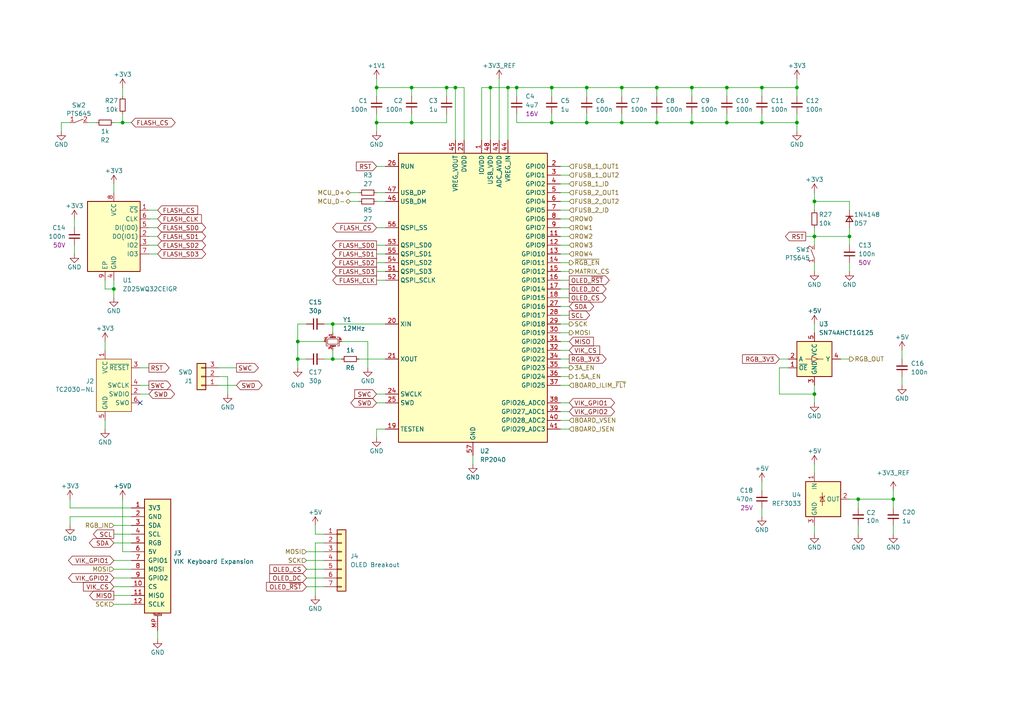
<source format=kicad_sch>
(kicad_sch (version 20230121) (generator eeschema)
  (paper "A4")
  (title_block (title "Cantaloupe split ergonomic keyboard") (date "2023-08-08") (rev "V3.0") (company "Created by Ariamelon (https://github.com/Ariamelon/Cantaloupe/)") (comment 1 "All capacitors 50V unless otherwise specified.") (comment 2 "Licensed under CC BY 4.0."))
  (lib_symbols
    (symbol "+3V3_1" (power) (pin_names (offset 0))
      (property "Value" "+3V3_1" (at 0 3.556 0))
      (symbol "+3V3_1_1_1"
        (pin power_in line (at 0 0 90) (length 0) hide (name "+3V3") (number "1"))
      )
    )
    (symbol "Cantaloupe:SW_SPST_Small" (pin_names (offset 0) hide)
      (property "Reference" "SW" (at 0 -4.318 0))
      (property "Value" "SW_SPST_Small" (at 0 -2.54 0))
      (symbol "SW_SPST_Small_1_1"
        (pin passive line (at -2.54 0 0) (length 1.27) (name "A") (number "1"))
        (pin passive line (at 2.54 0 180) (length 1.27) (name "B") (number "2"))
      )
    )
    (symbol "Connector:Conn_ARM_SWD_TagConnect_TC2030-NL" (in_bom no)
      (property "Reference" "J" (at 2.54 11.43 0))
      (property "Value" "Conn_ARM_SWD_TagConnect_TC2030-NL" (at 2.54 8.89 0))
      (symbol "Conn_ARM_SWD_TagConnect_TC2030-NL_0_0"
        (pin power_in line (at -2.54 10.16 270) (length 2.54) (name "VCC") (number "1"))
        (pin bidirectional line (at 7.62 -2.54 180) (length 2.54) (name "SWDIO") (number "2"))
        (pin open_collector line (at 7.62 5.08 180) (length 2.54) (name "~{RESET}") (number "3"))
        (pin output line (at 7.62 0 180) (length 2.54) (name "SWCLK") (number "4"))
        (pin power_in line (at -2.54 -10.16 90) (length 2.54) (name "GND") (number "5"))
        (pin input line (at 7.62 -5.08 180) (length 2.54) (name "SWO") (number "6"))
      )
    )
    (symbol "Connector_Generic:Conn_01x03" (pin_names (offset 1.016) hide)
      (property "Reference" "J" (at 0 5.08 0))
      (property "Value" "Conn_01x03" (at 0 -5.08 0))
      (symbol "Conn_01x03_1_1"
        (pin passive line (at -5.08 2.54 0) (length 3.81) (name "Pin_1") (number "1"))
        (pin passive line (at -5.08 0 0) (length 3.81) (name "Pin_2") (number "2"))
        (pin passive line (at -5.08 -2.54 0) (length 3.81) (name "Pin_3") (number "3"))
      )
    )
    (symbol "Connector_Generic:Conn_01x07" (pin_names (offset 1.016) hide)
      (property "Reference" "J" (at 0 10.16 0))
      (property "Value" "Conn_01x07" (at 0 -10.16 0))
      (symbol "Conn_01x07_1_1"
        (pin passive line (at -5.08 7.62 0) (length 3.81) (name "Pin_1") (number "1"))
        (pin passive line (at -5.08 5.08 0) (length 3.81) (name "Pin_2") (number "2"))
        (pin passive line (at -5.08 2.54 0) (length 3.81) (name "Pin_3") (number "3"))
        (pin passive line (at -5.08 0 0) (length 3.81) (name "Pin_4") (number "4"))
        (pin passive line (at -5.08 -2.54 0) (length 3.81) (name "Pin_5") (number "5"))
        (pin passive line (at -5.08 -5.08 0) (length 3.81) (name "Pin_6") (number "6"))
        (pin passive line (at -5.08 -7.62 0) (length 3.81) (name "Pin_7") (number "7"))
      )
    )
    (symbol "Device:C_Small" (pin_numbers hide) (pin_names (offset 0.254) hide)
      (property "Reference" "C" (at 0.254 1.778 0))
      (property "Value" "C_Small" (at 0.254 -2.032 0))
      (symbol "C_Small_1_1"
        (pin passive line (at 0 2.54 270) (length 2.032) (name "~") (number "1"))
        (pin passive line (at 0 -2.54 90) (length 2.032) (name "~") (number "2"))
      )
    )
    (symbol "Device:Crystal_GND24_Small" (pin_names (offset 1.016) hide)
      (property "Reference" "Y" (at 1.27 4.445 0))
      (property "Value" "Crystal_GND24_Small" (at 1.27 2.54 0))
      (symbol "Crystal_GND24_Small_1_1"
        (pin passive line (at -2.54 0 0) (length 1.27) (name "1") (number "1"))
        (pin passive line (at 0 -2.54 90) (length 0.635) (name "2") (number "2"))
        (pin passive line (at 2.54 0 180) (length 1.27) (name "3") (number "3"))
        (pin passive line (at 0 2.54 270) (length 0.635) (name "4") (number "4"))
      )
    )
    (symbol "Device:D_Small" (pin_numbers hide) (pin_names (offset 0.254) hide)
      (property "Reference" "D" (at -1.27 2.032 0))
      (property "Value" "D_Small" (at -3.81 -2.032 0))
      (symbol "D_Small_1_1"
        (pin passive line (at -2.54 0 0) (length 1.778) (name "K") (number "1"))
        (pin passive line (at 2.54 0 180) (length 1.778) (name "A") (number "2"))
      )
    )
    (symbol "Device:R_Small" (pin_numbers hide) (pin_names (offset 0.254) hide)
      (property "Reference" "R" (at 0.762 0.508 0))
      (property "Value" "R_Small" (at 0.762 -1.016 0))
      (symbol "R_Small_1_1"
        (pin passive line (at 0 2.54 270) (length 0.762) (name "~") (number "1"))
        (pin passive line (at 0 -2.54 90) (length 0.762) (name "~") (number "2"))
      )
    )
    (symbol "Honeydew:+3V3_REF" (power) (pin_names (offset 0))
      (property "Value" "+3V3_REF" (at 0 3.556 0))
      (symbol "+3V3_REF_1_1"
        (pin power_in line (at 0 0 90) (length 0) hide (name "+3V3_REF") (number "1"))
      )
    )
    (symbol "Honeydew:SN74AHCT1G125"
      (property "Reference" "U" (at 5.08 6.35 0))
      (property "Value" "SN74AHCT1G125" (at 5.08 3.81 0))
      (symbol "SN74AHCT1G125_1_1"
        (pin input line (at -7.62 -2.54 0) (length 2.54) (name "~{OE}") (number "1"))
        (pin input line (at -7.62 0 0) (length 2.54) (name "A") (number "2"))
        (pin power_in line (at 0 -7.62 90) (length 2.54) (name "GND") (number "3"))
        (pin output line (at 7.62 0 180) (length 2.54) (name "Y") (number "4"))
        (pin power_in line (at 0 7.62 270) (length 2.54) (name "VCC") (number "5"))
      )
    )
    (symbol "Honeydew:vik-keyboard-connector" (pin_names (offset 1.016))
      (property "Reference" "J6" (at 0 19.3843 0))
      (property "Value" "VIK Keyboard" (at 0 16.9601 0))
      (symbol "vik-keyboard-connector_1_1"
        (text "Mounting" (at 0 -18.161 0) (effects (font (size 0.381 0.381))))
        (pin passive line (at -7.62 12.7 0) (length 3.81) (name "3V3") (number "1"))
        (pin passive line (at -7.62 -10.16 0) (length 3.81) (name "CS") (number "10"))
        (pin passive line (at -7.62 -12.7 0) (length 3.81) (name "MISO") (number "11"))
        (pin passive line (at -7.62 -15.24 0) (length 3.81) (name "SCLK") (number "12"))
        (pin passive line (at -7.62 10.16 0) (length 3.81) (name "GND") (number "2"))
        (pin passive line (at -7.62 7.62 0) (length 3.81) (name "SDA") (number "3"))
        (pin passive line (at -7.62 5.08 0) (length 3.81) (name "SCL") (number "4"))
        (pin passive line (at -7.62 2.54 0) (length 3.81) (name "RGB") (number "5"))
        (pin passive line (at -7.62 0 0) (length 3.81) (name "5V") (number "6"))
        (pin passive line (at -7.62 -2.54 0) (length 3.81) (name "GPIO1") (number "7"))
        (pin passive line (at -7.62 -5.08 0) (length 3.81) (name "MOSI") (number "8"))
        (pin passive line (at -7.62 -7.62 0) (length 3.81) (name "GPIO2") (number "9"))
        (pin passive line (at 0 -22.86 90) (length 4.318) (name "") (number "MP"))
      )
    )
    (symbol "MCU_RaspberryPi:RP2040"
      (property "Reference" "U" (at 17.78 45.72 0))
      (property "Value" "RP2040" (at 17.78 43.18 0))
      (symbol "RP2040_1_1"
        (pin power_in line (at 2.54 45.72 270) (length 3.81) (name "IOVDD") (number "1"))
        (pin passive line (at 2.54 45.72 270) (length 3.81) hide (name "IOVDD") (number "10"))
        (pin bidirectional line (at 25.4 17.78 180) (length 3.81) (name "GPIO8") (number "11"))
        (pin bidirectional line (at 25.4 15.24 180) (length 3.81) (name "GPIO9") (number "12"))
        (pin bidirectional line (at 25.4 12.7 180) (length 3.81) (name "GPIO10") (number "13"))
        (pin bidirectional line (at 25.4 10.16 180) (length 3.81) (name "GPIO11") (number "14"))
        (pin bidirectional line (at 25.4 7.62 180) (length 3.81) (name "GPIO12") (number "15"))
        (pin bidirectional line (at 25.4 5.08 180) (length 3.81) (name "GPIO13") (number "16"))
        (pin bidirectional line (at 25.4 2.54 180) (length 3.81) (name "GPIO14") (number "17"))
        (pin bidirectional line (at 25.4 0 180) (length 3.81) (name "GPIO15") (number "18"))
        (pin input line (at -25.4 -38.1 0) (length 3.81) (name "TESTEN") (number "19"))
        (pin bidirectional line (at 25.4 38.1 180) (length 3.81) (name "GPIO0") (number "2"))
        (pin input line (at -25.4 -7.62 0) (length 3.81) (name "XIN") (number "20"))
        (pin passive line (at -25.4 -17.78 0) (length 3.81) (name "XOUT") (number "21"))
        (pin passive line (at 2.54 45.72 270) (length 3.81) hide (name "IOVDD") (number "22"))
        (pin power_in line (at -2.54 45.72 270) (length 3.81) (name "DVDD") (number "23"))
        (pin output line (at -25.4 -27.94 0) (length 3.81) (name "SWCLK") (number "24"))
        (pin bidirectional line (at -25.4 -30.48 0) (length 3.81) (name "SWD") (number "25"))
        (pin input line (at -25.4 38.1 0) (length 3.81) (name "RUN") (number "26"))
        (pin bidirectional line (at 25.4 -2.54 180) (length 3.81) (name "GPIO16") (number "27"))
        (pin bidirectional line (at 25.4 -5.08 180) (length 3.81) (name "GPIO17") (number "28"))
        (pin bidirectional line (at 25.4 -7.62 180) (length 3.81) (name "GPIO18") (number "29"))
        (pin bidirectional line (at 25.4 35.56 180) (length 3.81) (name "GPIO1") (number "3"))
        (pin bidirectional line (at 25.4 -10.16 180) (length 3.81) (name "GPIO19") (number "30"))
        (pin bidirectional line (at 25.4 -12.7 180) (length 3.81) (name "GPIO20") (number "31"))
        (pin bidirectional line (at 25.4 -15.24 180) (length 3.81) (name "GPIO21") (number "32"))
        (pin passive line (at 2.54 45.72 270) (length 3.81) hide (name "IOVDD") (number "33"))
        (pin bidirectional line (at 25.4 -17.78 180) (length 3.81) (name "GPIO22") (number "34"))
        (pin bidirectional line (at 25.4 -20.32 180) (length 3.81) (name "GPIO23") (number "35"))
        (pin bidirectional line (at 25.4 -22.86 180) (length 3.81) (name "GPIO24") (number "36"))
        (pin bidirectional line (at 25.4 -25.4 180) (length 3.81) (name "GPIO25") (number "37"))
        (pin bidirectional line (at 25.4 -30.48 180) (length 3.81) (name "GPIO26_ADC0") (number "38"))
        (pin bidirectional line (at 25.4 -33.02 180) (length 3.81) (name "GPIO27_ADC1") (number "39"))
        (pin bidirectional line (at 25.4 33.02 180) (length 3.81) (name "GPIO2") (number "4"))
        (pin bidirectional line (at 25.4 -35.56 180) (length 3.81) (name "GPIO28_ADC2") (number "40"))
        (pin bidirectional line (at 25.4 -38.1 180) (length 3.81) (name "GPIO29_ADC3") (number "41"))
        (pin passive line (at 2.54 45.72 270) (length 3.81) hide (name "IOVDD") (number "42"))
        (pin power_in line (at 7.62 45.72 270) (length 3.81) (name "ADC_AVDD") (number "43"))
        (pin power_in line (at 10.16 45.72 270) (length 3.81) (name "VREG_IN") (number "44"))
        (pin power_out line (at -5.08 45.72 270) (length 3.81) (name "VREG_VOUT") (number "45"))
        (pin bidirectional line (at -25.4 27.94 0) (length 3.81) (name "USB_DM") (number "46"))
        (pin bidirectional line (at -25.4 30.48 0) (length 3.81) (name "USB_DP") (number "47"))
        (pin power_in line (at 5.08 45.72 270) (length 3.81) (name "USB_VDD") (number "48"))
        (pin passive line (at 2.54 45.72 270) (length 3.81) hide (name "IOVDD") (number "49"))
        (pin bidirectional line (at 25.4 30.48 180) (length 3.81) (name "GPIO3") (number "5"))
        (pin passive line (at -2.54 45.72 270) (length 3.81) hide (name "DVDD") (number "50"))
        (pin bidirectional line (at -25.4 7.62 0) (length 3.81) (name "QSPI_SD3") (number "51"))
        (pin output line (at -25.4 5.08 0) (length 3.81) (name "QSPI_SCLK") (number "52"))
        (pin bidirectional line (at -25.4 15.24 0) (length 3.81) (name "QSPI_SD0") (number "53"))
        (pin bidirectional line (at -25.4 10.16 0) (length 3.81) (name "QSPI_SD2") (number "54"))
        (pin bidirectional line (at -25.4 12.7 0) (length 3.81) (name "QSPI_SD1") (number "55"))
        (pin bidirectional line (at -25.4 20.32 0) (length 3.81) (name "QSPI_SS") (number "56"))
        (pin power_in line (at 0 -45.72 90) (length 3.81) (name "GND") (number "57"))
        (pin bidirectional line (at 25.4 27.94 180) (length 3.81) (name "GPIO4") (number "6"))
        (pin bidirectional line (at 25.4 25.4 180) (length 3.81) (name "GPIO5") (number "7"))
        (pin bidirectional line (at 25.4 22.86 180) (length 3.81) (name "GPIO6") (number "8"))
        (pin bidirectional line (at 25.4 20.32 180) (length 3.81) (name "GPIO7") (number "9"))
      )
    )
    (symbol "Memory_Flash:W25Q32JVZP"
      (property "Reference" "U" (at -6.35 11.43 0))
      (property "Value" "W25Q32JVZP" (at 7.62 11.43 0))
      (symbol "W25Q32JVZP_1_1"
        (pin input line (at -10.16 7.62 0) (length 2.54) (name "~{CS}") (number "1"))
        (pin bidirectional line (at -10.16 0 0) (length 2.54) (name "DO(IO1)") (number "2"))
        (pin bidirectional line (at -10.16 -2.54 0) (length 2.54) (name "IO2") (number "3"))
        (pin power_in line (at 0 -12.7 90) (length 2.54) (name "GND") (number "4"))
        (pin bidirectional line (at -10.16 2.54 0) (length 2.54) (name "DI(IO0)") (number "5"))
        (pin input line (at -10.16 5.08 0) (length 2.54) (name "CLK") (number "6"))
        (pin bidirectional line (at -10.16 -5.08 0) (length 2.54) (name "IO3") (number "7"))
        (pin power_in line (at 0 12.7 270) (length 2.54) (name "VCC") (number "8"))
        (pin passive line (at 2.54 -12.7 90) (length 2.54) (name "EP") (number "9"))
      )
    )
    (symbol "Reference_Voltage:REF3033" (pin_names (offset 0.254))
      (property "Reference" "U" (at 0 6.35 0))
      (property "Value" "REF3033" (at 2.54 -6.35 0))
      (symbol "REF3033_1_1"
        (pin power_in line (at -2.54 7.62 270) (length 2.54) (name "IN") (number "1"))
        (pin power_out line (at 7.62 0 180) (length 2.54) (name "OUT") (number "2"))
        (pin power_in line (at -2.54 -7.62 90) (length 2.54) (name "GND") (number "3"))
      )
    )
    (symbol "power:+1V1" (power) (pin_names (offset 0))
      (property "Value" "+1V1" (at 0 3.556 0))
      (symbol "+1V1_1_1"
        (pin power_in line (at 0 0 90) (length 0) hide (name "+1V1") (number "1"))
      )
    )
    (symbol "power:+3V3" (power) (pin_names (offset 0))
      (property "Value" "+3V3" (at 0 3.556 0))
      (symbol "+3V3_1_1"
        (pin power_in line (at 0 0 90) (length 0) hide (name "+3V3") (number "1"))
      )
    )
    (symbol "power:+5V" (power) (pin_names (offset 0))
      (property "Value" "+5V" (at 0 3.556 0))
      (symbol "+5V_1_1"
        (pin power_in line (at 0 0 90) (length 0) hide (name "+5V") (number "1"))
      )
    )
    (symbol "power:+5VD" (power) (pin_names (offset 0))
      (property "Value" "+5VD" (at 0 3.556 0))
      (symbol "+5VD_1_1"
        (pin power_in line (at 0 0 90) (length 0) hide (name "+5VD") (number "1"))
      )
    )
    (symbol "power:GND" (power) (pin_names (offset 0))
      (property "Value" "GND" (at 0 -3.81 0))
      (symbol "GND_1_1"
        (pin power_in line (at 0 0 270) (length 0) hide (name "GND") (number "1"))
      )
    )
  )
  (junction (at 180.34 35.56))
  (junction (at 236.22 114.3))
  (junction (at 236.22 58.42))
  (junction (at 142.24 25.4))
  (junction (at 246.38 68.58))
  (junction (at 170.18 35.56))
  (junction (at 132.08 25.4))
  (junction (at 170.18 25.4))
  (junction (at 96.52 104.14))
  (junction (at 231.14 25.4))
  (junction (at 160.02 35.56))
  (junction (at 190.5 25.4))
  (junction (at 200.66 35.56))
  (junction (at 129.54 25.4))
  (junction (at 210.82 25.4))
  (junction (at 86.36 104.14))
  (junction (at 220.98 25.4))
  (junction (at 231.14 35.56))
  (junction (at 86.36 99.06))
  (junction (at 259.08 144.78))
  (junction (at 220.98 35.56))
  (junction (at 96.52 93.98))
  (junction (at 248.92 144.78))
  (junction (at 119.38 25.4))
  (junction (at 147.32 25.4))
  (junction (at 109.22 35.56))
  (junction (at 33.02 83.82))
  (junction (at 119.38 35.56))
  (junction (at 160.02 25.4))
  (junction (at 236.22 68.58))
  (junction (at 149.86 25.4))
  (junction (at 200.66 25.4))
  (junction (at 109.22 25.4))
  (junction (at 35.56 35.56))
  (junction (at 190.5 35.56))
  (junction (at 210.82 35.56))
  (junction (at 180.34 25.4))
  (no_connect (at 40.64 116.84))
  (wire (pts (xy 190.5 25.4) (xy 200.66 25.4)))
  (wire (pts (xy 162.56 119.38) (xy 165.1 119.38)))
  (wire (pts (xy 259.08 142.24) (xy 259.08 144.78)))
  (wire (pts (xy 170.18 35.56) (xy 170.18 33.02)))
  (wire (pts (xy 236.22 66.04) (xy 236.22 68.58)))
  (wire (pts (xy 248.92 144.78) (xy 246.38 144.78)))
  (wire (pts (xy 109.22 76.2) (xy 111.76 76.2)))
  (wire (pts (xy 165.1 96.52) (xy 162.56 96.52)))
  (wire (pts (xy 109.22 73.66) (xy 111.76 73.66)))
  (wire (pts (xy 119.38 33.02) (xy 119.38 35.56)))
  (wire (pts (xy 109.22 22.86) (xy 109.22 25.4)))
  (wire (pts (xy 33.02 170.18) (xy 38.1 170.18)))
  (wire (pts (xy 33.02 165.1) (xy 38.1 165.1)))
  (wire (pts (xy 190.5 25.4) (xy 180.34 25.4)))
  (wire (pts (xy 109.22 78.74) (xy 111.76 78.74)))
  (wire (pts (xy 33.02 175.26) (xy 38.1 175.26)))
  (wire (pts (xy 261.62 101.6) (xy 261.62 104.14)))
  (wire (pts (xy 142.24 25.4) (xy 142.24 40.64)))
  (wire (pts (xy 35.56 160.02) (xy 38.1 160.02)))
  (wire (pts (xy 165.1 91.44) (xy 162.56 91.44)))
  (wire (pts (xy 228.6 106.68) (xy 226.06 106.68)))
  (wire (pts (xy 210.82 25.4) (xy 220.98 25.4)))
  (wire (pts (xy 162.56 83.82) (xy 165.1 83.82)))
  (wire (pts (xy 132.08 25.4) (xy 134.62 25.4)))
  (wire (pts (xy 231.14 35.56) (xy 231.14 38.1)))
  (wire (pts (xy 160.02 35.56) (xy 149.86 35.56)))
  (wire (pts (xy 33.02 172.72) (xy 38.1 172.72)))
  (wire (pts (xy 226.06 106.68) (xy 226.06 114.3)))
  (wire (pts (xy 220.98 35.56) (xy 210.82 35.56)))
  (wire (pts (xy 91.44 157.48) (xy 93.98 157.48)))
  (wire (pts (xy 165.1 71.12) (xy 162.56 71.12)))
  (wire (pts (xy 160.02 25.4) (xy 160.02 27.94)))
  (wire (pts (xy 45.72 66.04) (xy 43.18 66.04)))
  (wire (pts (xy 30.48 83.82) (xy 33.02 83.82)))
  (wire (pts (xy 45.72 73.66) (xy 43.18 73.66)))
  (wire (pts (xy 17.78 35.56) (xy 20.32 35.56)))
  (wire (pts (xy 142.24 25.4) (xy 147.32 25.4)))
  (wire (pts (xy 248.92 144.78) (xy 248.92 147.32)))
  (wire (pts (xy 96.52 93.98) (xy 96.52 96.52)))
  (wire (pts (xy 162.56 116.84) (xy 165.1 116.84)))
  (wire (pts (xy 43.18 60.96) (xy 45.72 60.96)))
  (wire (pts (xy 129.54 25.4) (xy 132.08 25.4)))
  (wire (pts (xy 231.14 25.4) (xy 231.14 27.94)))
  (wire (pts (xy 88.9 167.64) (xy 93.98 167.64)))
  (wire (pts (xy 109.22 124.46) (xy 111.76 124.46)))
  (wire (pts (xy 220.98 33.02) (xy 220.98 35.56)))
  (wire (pts (xy 246.38 68.58) (xy 246.38 66.04)))
  (wire (pts (xy 109.22 124.46) (xy 109.22 127)))
  (wire (pts (xy 231.14 35.56) (xy 220.98 35.56)))
  (wire (pts (xy 259.08 152.4) (xy 259.08 154.94)))
  (wire (pts (xy 33.02 157.48) (xy 38.1 157.48)))
  (wire (pts (xy 111.76 58.42) (xy 109.22 58.42)))
  (wire (pts (xy 236.22 116.84) (xy 236.22 114.3)))
  (wire (pts (xy 101.6 55.88) (xy 104.14 55.88)))
  (wire (pts (xy 86.36 93.98) (xy 86.36 99.06)))
  (wire (pts (xy 149.86 27.94) (xy 149.86 25.4)))
  (wire (pts (xy 165.1 53.34) (xy 162.56 53.34)))
  (wire (pts (xy 220.98 25.4) (xy 220.98 27.94)))
  (wire (pts (xy 200.66 25.4) (xy 200.66 27.94)))
  (wire (pts (xy 149.86 25.4) (xy 160.02 25.4)))
  (wire (pts (xy 236.22 93.98) (xy 236.22 96.52)))
  (wire (pts (xy 165.1 104.14) (xy 162.56 104.14)))
  (wire (pts (xy 162.56 63.5) (xy 165.1 63.5)))
  (wire (pts (xy 35.56 144.78) (xy 35.56 160.02)))
  (wire (pts (xy 33.02 154.94) (xy 38.1 154.94)))
  (wire (pts (xy 236.22 58.42) (xy 236.22 60.96)))
  (wire (pts (xy 165.1 111.76) (xy 162.56 111.76)))
  (wire (pts (xy 111.76 93.98) (xy 96.52 93.98)))
  (wire (pts (xy 109.22 35.56) (xy 109.22 38.1)))
  (wire (pts (xy 33.02 81.28) (xy 33.02 83.82)))
  (wire (pts (xy 147.32 25.4) (xy 147.32 40.64)))
  (wire (pts (xy 35.56 25.4) (xy 35.56 27.94)))
  (wire (pts (xy 236.22 152.4) (xy 236.22 154.94)))
  (wire (pts (xy 162.56 121.92) (xy 165.1 121.92)))
  (wire (pts (xy 101.6 58.42) (xy 104.14 58.42)))
  (wire (pts (xy 160.02 25.4) (xy 170.18 25.4)))
  (wire (pts (xy 21.59 73.66) (xy 21.59 71.12)))
  (wire (pts (xy 33.02 83.82) (xy 33.02 86.36)))
  (wire (pts (xy 111.76 55.88) (xy 109.22 55.88)))
  (wire (pts (xy 236.22 55.88) (xy 236.22 58.42)))
  (wire (pts (xy 165.1 78.74) (xy 162.56 78.74)))
  (wire (pts (xy 129.54 33.02) (xy 129.54 35.56)))
  (wire (pts (xy 149.86 25.4) (xy 147.32 25.4)))
  (wire (pts (xy 142.24 25.4) (xy 139.7 25.4)))
  (wire (pts (xy 236.22 76.2) (xy 236.22 78.74)))
  (wire (pts (xy 220.98 147.32) (xy 220.98 149.86)))
  (wire (pts (xy 165.1 66.04) (xy 162.56 66.04)))
  (wire (pts (xy 66.04 109.22) (xy 63.5 109.22)))
  (wire (pts (xy 246.38 68.58) (xy 236.22 68.58)))
  (wire (pts (xy 236.22 68.58) (xy 236.22 71.12)))
  (wire (pts (xy 45.72 68.58) (xy 43.18 68.58)))
  (wire (pts (xy 233.68 68.58) (xy 236.22 68.58)))
  (wire (pts (xy 20.32 149.86) (xy 20.32 152.4)))
  (wire (pts (xy 91.44 154.94) (xy 93.98 154.94)))
  (wire (pts (xy 96.52 101.6) (xy 96.52 104.14)))
  (wire (pts (xy 20.32 149.86) (xy 38.1 149.86)))
  (wire (pts (xy 165.1 86.36) (xy 162.56 86.36)))
  (wire (pts (xy 109.22 48.26) (xy 111.76 48.26)))
  (wire (pts (xy 91.44 152.4) (xy 91.44 154.94)))
  (wire (pts (xy 96.52 93.98) (xy 93.98 93.98)))
  (wire (pts (xy 129.54 35.56) (xy 119.38 35.56)))
  (wire (pts (xy 33.02 162.56) (xy 38.1 162.56)))
  (wire (pts (xy 165.1 81.28) (xy 162.56 81.28)))
  (wire (pts (xy 200.66 25.4) (xy 210.82 25.4)))
  (wire (pts (xy 132.08 25.4) (xy 132.08 40.64)))
  (wire (pts (xy 109.22 116.84) (xy 111.76 116.84)))
  (wire (pts (xy 180.34 33.02) (xy 180.34 35.56)))
  (wire (pts (xy 45.72 63.5) (xy 43.18 63.5)))
  (wire (pts (xy 170.18 25.4) (xy 180.34 25.4)))
  (wire (pts (xy 246.38 68.58) (xy 246.38 71.12)))
  (wire (pts (xy 33.02 35.56) (xy 35.56 35.56)))
  (wire (pts (xy 248.92 144.78) (xy 259.08 144.78)))
  (wire (pts (xy 45.72 71.12) (xy 43.18 71.12)))
  (wire (pts (xy 17.78 35.56) (xy 17.78 38.1)))
  (wire (pts (xy 88.9 165.1) (xy 93.98 165.1)))
  (wire (pts (xy 165.1 124.46) (xy 162.56 124.46)))
  (wire (pts (xy 33.02 53.34) (xy 33.02 55.88)))
  (wire (pts (xy 165.1 48.26) (xy 162.56 48.26)))
  (wire (pts (xy 165.1 101.6) (xy 162.56 101.6)))
  (wire (pts (xy 200.66 33.02) (xy 200.66 35.56)))
  (wire (pts (xy 144.78 22.86) (xy 144.78 40.64)))
  (wire (pts (xy 190.5 35.56) (xy 180.34 35.56)))
  (wire (pts (xy 261.62 111.76) (xy 261.62 109.22)))
  (wire (pts (xy 149.86 33.02) (xy 149.86 35.56)))
  (wire (pts (xy 165.1 99.06) (xy 162.56 99.06)))
  (wire (pts (xy 246.38 76.2) (xy 246.38 78.74)))
  (wire (pts (xy 119.38 25.4) (xy 109.22 25.4)))
  (wire (pts (xy 21.59 63.5) (xy 21.59 66.04)))
  (wire (pts (xy 66.04 109.22) (xy 66.04 114.3)))
  (wire (pts (xy 30.48 124.46) (xy 30.48 121.92)))
  (wire (pts (xy 43.18 106.68) (xy 40.64 106.68)))
  (wire (pts (xy 139.7 25.4) (xy 139.7 40.64)))
  (wire (pts (xy 109.22 66.04) (xy 111.76 66.04)))
  (wire (pts (xy 109.22 25.4) (xy 109.22 27.94)))
  (wire (pts (xy 190.5 35.56) (xy 190.5 33.02)))
  (wire (pts (xy 170.18 27.94) (xy 170.18 25.4)))
  (wire (pts (xy 88.9 162.56) (xy 93.98 162.56)))
  (wire (pts (xy 246.38 58.42) (xy 246.38 60.96)))
  (wire (pts (xy 165.1 68.58) (xy 162.56 68.58)))
  (wire (pts (xy 165.1 109.22) (xy 162.56 109.22)))
  (wire (pts (xy 86.36 104.14) (xy 88.9 104.14)))
  (wire (pts (xy 226.06 104.14) (xy 228.6 104.14)))
  (wire (pts (xy 30.48 99.06) (xy 30.48 101.6)))
  (wire (pts (xy 63.5 111.76) (xy 68.58 111.76)))
  (wire (pts (xy 236.22 58.42) (xy 246.38 58.42)))
  (wire (pts (xy 200.66 35.56) (xy 210.82 35.56)))
  (wire (pts (xy 119.38 25.4) (xy 119.38 27.94)))
  (wire (pts (xy 35.56 33.02) (xy 35.56 35.56)))
  (wire (pts (xy 259.08 144.78) (xy 259.08 147.32)))
  (wire (pts (xy 165.1 73.66) (xy 162.56 73.66)))
  (wire (pts (xy 109.22 35.56) (xy 119.38 35.56)))
  (wire (pts (xy 104.14 104.14) (xy 111.76 104.14)))
  (wire (pts (xy 165.1 93.98) (xy 162.56 93.98)))
  (wire (pts (xy 220.98 139.7) (xy 220.98 142.24)))
  (wire (pts (xy 134.62 25.4) (xy 134.62 40.64)))
  (wire (pts (xy 236.22 111.76) (xy 236.22 114.3)))
  (wire (pts (xy 88.9 160.02) (xy 93.98 160.02)))
  (wire (pts (xy 93.98 104.14) (xy 96.52 104.14)))
  (wire (pts (xy 33.02 167.64) (xy 38.1 167.64)))
  (wire (pts (xy 243.84 104.14) (xy 246.38 104.14)))
  (wire (pts (xy 165.1 58.42) (xy 162.56 58.42)))
  (wire (pts (xy 180.34 35.56) (xy 170.18 35.56)))
  (wire (pts (xy 236.22 134.62) (xy 236.22 137.16)))
  (wire (pts (xy 165.1 88.9) (xy 162.56 88.9)))
  (wire (pts (xy 106.68 99.06) (xy 106.68 106.68)))
  (wire (pts (xy 180.34 25.4) (xy 180.34 27.94)))
  (wire (pts (xy 165.1 106.68) (xy 162.56 106.68)))
  (wire (pts (xy 88.9 93.98) (xy 86.36 93.98)))
  (wire (pts (xy 210.82 25.4) (xy 210.82 27.94)))
  (wire (pts (xy 45.72 182.88) (xy 45.72 185.42)))
  (wire (pts (xy 165.1 60.96) (xy 162.56 60.96)))
  (wire (pts (xy 190.5 27.94) (xy 190.5 25.4)))
  (wire (pts (xy 88.9 170.18) (xy 93.98 170.18)))
  (wire (pts (xy 91.44 157.48) (xy 91.44 172.72)))
  (wire (pts (xy 109.22 71.12) (xy 111.76 71.12)))
  (wire (pts (xy 226.06 114.3) (xy 236.22 114.3)))
  (wire (pts (xy 86.36 106.68) (xy 86.36 104.14)))
  (wire (pts (xy 129.54 25.4) (xy 129.54 27.94)))
  (wire (pts (xy 40.64 111.76) (xy 43.18 111.76)))
  (wire (pts (xy 160.02 33.02) (xy 160.02 35.56)))
  (wire (pts (xy 248.92 152.4) (xy 248.92 154.94)))
  (wire (pts (xy 25.4 35.56) (xy 27.94 35.56)))
  (wire (pts (xy 38.1 35.56) (xy 35.56 35.56)))
  (wire (pts (xy 86.36 99.06) (xy 93.98 99.06)))
  (wire (pts (xy 165.1 55.88) (xy 162.56 55.88)))
  (wire (pts (xy 99.06 99.06) (xy 106.68 99.06)))
  (wire (pts (xy 40.64 114.3) (xy 43.18 114.3)))
  (wire (pts (xy 190.5 35.56) (xy 200.66 35.56)))
  (wire (pts (xy 63.5 106.68) (xy 68.58 106.68)))
  (wire (pts (xy 137.16 132.08) (xy 137.16 134.62)))
  (wire (pts (xy 231.14 33.02) (xy 231.14 35.56)))
  (wire (pts (xy 109.22 81.28) (xy 111.76 81.28)))
  (wire (pts (xy 165.1 76.2) (xy 162.56 76.2)))
  (wire (pts (xy 109.22 33.02) (xy 109.22 35.56)))
  (wire (pts (xy 33.02 152.4) (xy 38.1 152.4)))
  (wire (pts (xy 231.14 22.86) (xy 231.14 25.4)))
  (wire (pts (xy 165.1 50.8) (xy 162.56 50.8)))
  (wire (pts (xy 20.32 144.78) (xy 20.32 147.32)))
  (wire (pts (xy 160.02 35.56) (xy 170.18 35.56)))
  (wire (pts (xy 231.14 25.4) (xy 220.98 25.4)))
  (wire (pts (xy 210.82 33.02) (xy 210.82 35.56)))
  (wire (pts (xy 86.36 99.06) (xy 86.36 104.14)))
  (wire (pts (xy 20.32 147.32) (xy 38.1 147.32)))
  (wire (pts (xy 119.38 25.4) (xy 129.54 25.4)))
  (wire (pts (xy 109.22 114.3) (xy 111.76 114.3)))
  (wire (pts (xy 96.52 104.14) (xy 99.06 104.14)))
  (wire (pts (xy 30.48 81.28) (xy 30.48 83.82)))
  (global_label "MISO" (shape input) (at 165.1 99.06 0) (property "Intersheetrefs" "${INTERSHEET_REFS}" (effects hide)))
  (global_label "VIK_CS" (shape input) (at 165.1 101.6 0) (property "Intersheetrefs" "${INTERSHEET_REFS}" (effects hide)))
  (global_label "FLASH_CS" (shape bidirectional) (at 38.1 35.56 0) (property "Intersheetrefs" "${INTERSHEET_REFS}" (effects hide)))
  (global_label "RGB_3V3" (shape output) (at 165.1 104.14 0) (property "Intersheetrefs" "${INTERSHEET_REFS}" (effects hide)))
  (global_label "FLASH_SD0" (shape output) (at 109.22 71.12 180) (property "Intersheetrefs" "${INTERSHEET_REFS}" (effects hide)))
  (global_label "VIK_GPIO1" (shape bidirectional) (at 33.02 162.56 180) (property "Intersheetrefs" "${INTERSHEET_REFS}" (effects hide)))
  (global_label "VIK_CS" (shape input) (at 33.02 170.18 180) (property "Intersheetrefs" "${INTERSHEET_REFS}" (effects hide)))
  (global_label "FLASH_SD3" (shape output) (at 109.22 78.74 180) (property "Intersheetrefs" "${INTERSHEET_REFS}" (effects hide)))
  (global_label "VIK_GPIO2" (shape bidirectional) (at 165.1 119.38 0) (property "Intersheetrefs" "${INTERSHEET_REFS}" (effects hide)))
  (global_label "SCL" (shape output) (at 165.1 91.44 0) (property "Intersheetrefs" "${INTERSHEET_REFS}" (effects hide)))
  (global_label "OLED_~{RST}" (shape output) (at 165.1 81.28 0) (property "Intersheetrefs" "${INTERSHEET_REFS}" (effects hide)))
  (global_label "VIK_GPIO1" (shape bidirectional) (at 165.1 116.84 0) (property "Intersheetrefs" "${INTERSHEET_REFS}" (effects hide)))
  (global_label "FLASH_SD3" (shape bidirectional) (at 45.72 73.66 0) (property "Intersheetrefs" "${INTERSHEET_REFS}" (effects hide)))
  (global_label "FLASH_SD2" (shape bidirectional) (at 45.72 71.12 0) (property "Intersheetrefs" "${INTERSHEET_REFS}" (effects hide)))
  (global_label "VIK_GPIO2" (shape bidirectional) (at 33.02 167.64 180) (property "Intersheetrefs" "${INTERSHEET_REFS}" (effects hide)))
  (global_label "SDA" (shape bidirectional) (at 33.02 157.48 180) (property "Intersheetrefs" "${INTERSHEET_REFS}" (effects hide)))
  (global_label "SWC" (shape output) (at 43.18 111.76 0) (property "Intersheetrefs" "${INTERSHEET_REFS}" (effects hide)))
  (global_label "SWC" (shape input) (at 109.22 114.3 180) (property "Intersheetrefs" "${INTERSHEET_REFS}" (effects hide)))
  (global_label "OLED_~{RST}" (shape input) (at 88.9 170.18 180) (property "Intersheetrefs" "${INTERSHEET_REFS}" (effects hide)))
  (global_label "FLASH_SD1" (shape bidirectional) (at 45.72 68.58 0) (property "Intersheetrefs" "${INTERSHEET_REFS}" (effects hide)))
  (global_label "SCL" (shape output) (at 33.02 154.94 180) (property "Intersheetrefs" "${INTERSHEET_REFS}" (effects hide)))
  (global_label "FLASH_CLK" (shape input) (at 45.72 63.5 0) (property "Intersheetrefs" "${INTERSHEET_REFS}" (effects hide)))
  (global_label "SWD" (shape bidirectional) (at 109.22 116.84 180) (property "Intersheetrefs" "${INTERSHEET_REFS}" (effects hide)))
  (global_label "FLASH_SD1" (shape output) (at 109.22 73.66 180) (property "Intersheetrefs" "${INTERSHEET_REFS}" (effects hide)))
  (global_label "SWD" (shape bidirectional) (at 68.58 111.76 0) (property "Intersheetrefs" "${INTERSHEET_REFS}" (effects hide)))
  (global_label "SWD" (shape bidirectional) (at 43.18 114.3 0) (property "Intersheetrefs" "${INTERSHEET_REFS}" (effects hide)))
  (global_label "FLASH_SD2" (shape output) (at 109.22 76.2 180) (property "Intersheetrefs" "${INTERSHEET_REFS}" (effects hide)))
  (global_label "FLASH_CLK" (shape output) (at 109.22 81.28 180) (property "Intersheetrefs" "${INTERSHEET_REFS}" (effects hide)))
  (global_label "RST" (shape input) (at 109.22 48.26 180) (property "Intersheetrefs" "${INTERSHEET_REFS}" (effects hide)))
  (global_label "OLED_CS" (shape output) (at 165.1 86.36 0) (property "Intersheetrefs" "${INTERSHEET_REFS}" (effects hide)))
  (global_label "FLASH_CS" (shape input) (at 45.72 60.96 0) (property "Intersheetrefs" "${INTERSHEET_REFS}" (effects hide)))
  (global_label "SWC" (shape output) (at 68.58 106.68 0) (property "Intersheetrefs" "${INTERSHEET_REFS}" (effects hide)))
  (global_label "RGB_3V3" (shape input) (at 226.06 104.14 180) (property "Intersheetrefs" "${INTERSHEET_REFS}" (effects hide)))
  (global_label "RST" (shape output) (at 43.18 106.68 0) (property "Intersheetrefs" "${INTERSHEET_REFS}" (effects hide)))
  (global_label "SDA" (shape bidirectional) (at 165.1 88.9 0) (property "Intersheetrefs" "${INTERSHEET_REFS}" (effects hide)))
  (global_label "RST" (shape output) (at 233.68 68.58 180) (property "Intersheetrefs" "${INTERSHEET_REFS}" (effects hide)))
  (global_label "OLED_DC" (shape input) (at 88.9 167.64 180) (property "Intersheetrefs" "${INTERSHEET_REFS}" (effects hide)))
  (global_label "OLED_CS" (shape input) (at 88.9 165.1 180) (property "Intersheetrefs" "${INTERSHEET_REFS}" (effects hide)))
  (global_label "FLASH_CS" (shape bidirectional) (at 109.22 66.04 180) (property "Intersheetrefs" "${INTERSHEET_REFS}" (effects hide)))
  (global_label "FLASH_SD0" (shape bidirectional) (at 45.72 66.04 0) (property "Intersheetrefs" "${INTERSHEET_REFS}" (effects hide)))
  (global_label "MISO" (shape output) (at 33.02 172.72 180) (property "Intersheetrefs" "${INTERSHEET_REFS}" (effects hide)))
  (global_label "OLED_DC" (shape output) (at 165.1 83.82 0) (property "Intersheetrefs" "${INTERSHEET_REFS}" (effects hide)))
  (hierarchical_label "ROW1" (shape input) (at 165.1 66.04 0))
  (hierarchical_label "FUSB_1_OUT2" (shape input) (at 165.1 50.8 0))
  (hierarchical_label "BOARD_VSEN" (shape input) (at 165.1 121.92 0))
  (hierarchical_label "SCK" (shape input) (at 33.02 175.26 180))
  (hierarchical_label "FUSB_2_ID" (shape input) (at 165.1 60.96 0))
  (hierarchical_label "MOSI" (shape input) (at 88.9 160.02 180))
  (hierarchical_label "ROW3" (shape input) (at 165.1 71.12 0))
  (hierarchical_label "FUSB_1_ID" (shape input) (at 165.1 53.34 0))
  (hierarchical_label "SCK" (shape input) (at 88.9 162.56 180))
  (hierarchical_label "RGB_IN" (shape input) (at 33.02 152.4 180))
  (hierarchical_label "FUSB_1_OUT1" (shape input) (at 165.1 48.26 0))
  (hierarchical_label "3A_EN" (shape output) (at 165.1 106.68 0))
  (hierarchical_label "MOSI" (shape input) (at 33.02 165.1 180))
  (hierarchical_label "MOSI" (shape output) (at 165.1 96.52 0))
  (hierarchical_label "~{RGB_EN}" (shape output) (at 165.1 76.2 0))
  (hierarchical_label "1.5A_EN" (shape output) (at 165.1 109.22 0))
  (hierarchical_label "ROW2" (shape input) (at 165.1 68.58 0))
  (hierarchical_label "FUSB_2_OUT2" (shape input) (at 165.1 58.42 0))
  (hierarchical_label "MCU_D-" (shape bidirectional) (at 101.6 58.42 180))
  (hierarchical_label "MATRIX_CS" (shape output) (at 165.1 78.74 0))
  (hierarchical_label "ROW4" (shape input) (at 165.1 73.66 0))
  (hierarchical_label "SCK" (shape output) (at 165.1 93.98 0))
  (hierarchical_label "FUSB_2_OUT1" (shape input) (at 165.1 55.88 0))
  (hierarchical_label "MCU_D+" (shape bidirectional) (at 101.6 55.88 180))
  (hierarchical_label "ROW0" (shape input) (at 165.1 63.5 0))
  (hierarchical_label "BOARD_ILIM_~{FLT}" (shape input) (at 165.1 111.76 0))
  (hierarchical_label "BOARD_ISEN" (shape input) (at 165.1 124.46 0))
  (hierarchical_label "RGB_OUT" (shape output) (at 246.38 104.14 0))
  (symbol (lib_id "power:GND") (at 33.02 86.36 0) (unit 1)
    (property "Reference" "#PWR08" (effects hide))
    (property "Value" "GND" (at 33.02 90.17 0))
  )
  (symbol (lib_id "power:+3V3") (at 236.22 55.88 0) (unit 1)
    (property "Reference" "#PWR036" (effects hide))
    (property "Value" "+3V3" (at 236.22 52.07 0))
  )
  (symbol (lib_id "Memory_Flash:W25Q32JVZP") (at 33.02 68.58 0) (mirror y) (unit 1)
    (property "Reference" "U1" (at 35.56 81.28 0) (effects (justify right)))
    (property "Value" "ZD25WQ32CEIGR" (at 35.56 83.82 0) (effects (justify right)))
    (property "Footprint" "Cantaloupe:USON-8-1EP_3x2mm_P0.5mm_EP1.6x0.2mm" (effects hide))
    (property "LCSC" "C5258281" (effects hide))
  )
  (symbol (lib_id "power:GND") (at 231.14 38.1 0) (unit 1)
    (property "Reference" "#PWR054" (effects hide))
    (property "Value" "GND" (at 231.14 41.91 0))
  )
  (symbol (lib_id "power:+5V") (at 236.22 93.98 0) (unit 1)
    (property "Reference" "#PWR010" (effects hide))
    (property "Value" "+5V" (at 236.22 90.17 0))
    (instances (project "Cantaloupe" (path "" (reference "#PWR010") (unit 1)) (path "" (reference "#PWR050") (unit 1)) (path "" (reference "#PWR039") (unit 1))))
  )
  (symbol (lib_id "Device:C_Small") (at 160.02 30.48 180) (unit 1)
    (property "Reference" "C5" (at 162.56 29.2035 0) (effects (justify right)))
    (property "Value" "1u" (at 162.56 31.7435 0) (effects (justify right)))
    (property "Footprint" "Capacitor_SMD:C_0402_1005Metric" (effects hide))
    (property "Description" "0402 capacitor" (effects hide))
    (property "LCSC" "C52923" (effects hide))
    (property "Voltage" "25V" (effects hide))
  )
  (symbol (lib_id "Device:C_Small") (at 119.38 30.48 180) (unit 1)
    (property "Reference" "C2" (at 116.84 29.21 0) (effects (justify left)))
    (property "Value" "100n" (at 116.84 31.75 0) (effects (justify left)))
    (property "Footprint" "Capacitor_SMD:C_0402_1005Metric" (effects hide))
    (property "Description" "0402 capacitor" (effects hide))
    (property "LCSC" "C307331" (effects hide))
    (property "Voltage" "50V" (effects hide))
  )
  (symbol (lib_id "power:+5V") (at 236.22 134.62 0) (unit 1)
    (property "Reference" "#PWR010" (effects hide))
    (property "Value" "+5V" (at 236.22 130.81 0))
    (instances (project "Cantaloupe" (path "" (reference "#PWR010") (unit 1)) (path "" (reference "#PWR050") (unit 1)) (path "" (reference "#PWR043") (unit 1))))
  )
  (symbol (lib_id "Connector:Conn_ARM_SWD_TagConnect_TC2030-NL") (at 33.02 111.76 0) (unit 1) (in_bom no)
    (property "Reference" "J2" (at 27.305 110.5479 0) (effects (justify right)))
    (property "Value" "TC2030-NL" (at 27.305 112.9721 0) (effects (justify right)))
    (property "Footprint" "Connector:Tag-Connect_TC2030-IDC-NL_2x03_P1.27mm_Vertical" (effects hide))
    (property "Datasheet" "https://www.tag-connect.com/wp-content/uploads/bsk-pdf-manager/TC2030-CTX_1.pdf" (effects hide))
  )
  (symbol (lib_id "power:+5V") (at 220.98 139.7 0) (unit 1)
    (property "Reference" "#PWR010" (effects hide))
    (property "Value" "+5V" (at 220.98 135.89 0))
    (instances (project "Cantaloupe" (path "" (reference "#PWR010") (unit 1)) (path "" (reference "#PWR050") (unit 1)) (path "" (reference "#PWR029") (unit 1))))
  )
  (symbol (lib_id "Device:D_Small") (at 246.38 63.5 270) (unit 1)
    (property "Reference" "D57" (at 247.65 64.77 90) (effects (justify left)))
    (property "Value" "1N4148" (at 247.65 62.23 90) (effects (justify left)))
    (property "Footprint" "Cantaloupe:D_SOD-323" (effects hide))
    (property "Description" "SOD-323 diode" (effects hide))
    (property "LCSC" "C2128" (effects hide))
    (instances (project "Cantaloupe" (path "" (reference "D57") (unit 1)) (path "" (reference "D65") (unit 1))))
  )
  (symbol (lib_id "power:GND") (at 30.48 124.46 0) (unit 1)
    (property "Reference" "#PWR092" (effects hide))
    (property "Value" "GND" (at 30.48 128.27 0))
  )
  (symbol (lib_id "Device:C_Small") (at 200.66 30.48 0) (mirror x) (unit 1)
    (property "Reference" "C9" (at 203.2 29.21 0) (effects (justify left)))
    (property "Value" "100n" (at 203.2 31.75 0) (effects (justify left)))
    (property "Footprint" "Capacitor_SMD:C_0402_1005Metric" (effects hide))
    (property "Description" "0402 capacitor" (effects hide))
    (property "LCSC" "C307331" (effects hide))
    (property "Voltage" "50V" (effects hide))
  )
  (symbol (lib_id "Device:C_Small") (at 231.14 30.48 0) (mirror x) (unit 1)
    (property "Reference" "C12" (at 233.68 29.21 0) (effects (justify left)))
    (property "Value" "100n" (at 233.68 31.75 0) (effects (justify left)))
    (property "Footprint" "Capacitor_SMD:C_0402_1005Metric" (effects hide))
    (property "Description" "0402 capacitor" (effects hide))
    (property "LCSC" "C307331" (effects hide))
    (property "Voltage" "50V" (effects hide))
  )
  (symbol (lib_id "power:GND") (at 261.62 111.76 0) (unit 1)
    (property "Reference" "#PWR059" (effects hide))
    (property "Value" "GND" (at 261.62 115.57 0))
  )
  (symbol (lib_id "Device:R_Small") (at 101.6 104.14 90) (unit 1)
    (property "Reference" "R6" (at 101.6 106.68 90))
    (property "Value" "1k" (at 101.6 101.6 90))
    (property "Footprint" "Resistor_SMD:R_0402_1005Metric" (effects hide))
    (property "Description" "0402 resistor" (effects hide))
    (property "LCSC" "C11702" (effects hide))
  )
  (symbol (lib_id "Honeydew:+3V3_REF") (at 259.08 142.24 0) (unit 1)
    (property "Reference" "#PWR055" (effects hide))
    (property "Value" "+3V3_REF" (at 259.08 137.16 0))
  )
  (symbol (lib_id "power:GND") (at 66.04 114.3 0) (mirror y) (unit 1)
    (property "Reference" "#PWR013" (effects hide))
    (property "Value" "GND" (at 66.04 118.11 0))
  )
  (symbol (lib_id "Device:C_Small") (at 129.54 30.48 0) (mirror x) (unit 1)
    (property "Reference" "C3" (at 127 29.2035 0) (effects (justify right)))
    (property "Value" "1u" (at 127 31.7435 0) (effects (justify right)))
    (property "Footprint" "Capacitor_SMD:C_0402_1005Metric" (effects hide))
    (property "Description" "0402 capacitor" (effects hide))
    (property "LCSC" "C52923" (effects hide))
    (property "Voltage" "25V" (effects hide))
  )
  (symbol (lib_id "Honeydew:SN74AHCT1G125") (at 236.22 104.14 0) (unit 1)
    (property "Reference" "U3" (at 237.49 93.98 0) (effects (justify left)))
    (property "Value" "SN74AHCT1G125" (at 237.49 96.52 0) (effects (justify left)))
    (property "Footprint" "Package_TO_SOT_SMD:SOT-353_SC-70-5" (effects hide))
    (property "LCSC" "C350557" (effects hide))
    (property "Description" "Level shifter" (effects hide))
  )
  (symbol (lib_id "power:+3V3") (at 231.14 22.86 0) (unit 1)
    (property "Reference" "#PWR051" (effects hide))
    (property "Value" "+3V3" (at 231.14 19.05 0))
  )
  (symbol (lib_id "Device:C_Small") (at 248.92 149.86 180) (unit 1)
    (property "Reference" "C2" (at 251.2568 148.6916 0) (effects (justify right)))
    (property "Value" "10n" (at 251.2568 151.003 0) (effects (justify right)))
    (property "Footprint" "Capacitor_SMD:C_0402_1005Metric" (effects hide))
    (property "Description" "0402 capacitor" (effects hide))
    (property "LCSC" "C15195" (effects hide))
    (property "Voltage" "50V" (effects hide))
    (instances (project "Cantaloupe" (path "" (reference "C2") (unit 1)) (path "" (reference "C19") (unit 1))))
  )
  (symbol (lib_id "power:GND") (at 236.22 116.84 0) (unit 1)
    (property "Reference" "#PWR041" (effects hide))
    (property "Value" "GND" (at 236.22 120.65 0))
  )
  (symbol (lib_id "power:GND") (at 248.92 154.94 0) (unit 1)
    (property "Reference" "#PWR049" (effects hide))
    (property "Value" "GND" (at 248.92 158.75 0))
  )
  (symbol (lib_id "Device:C_Small") (at 149.86 30.48 180) (unit 1)
    (property "Reference" "C4" (at 152.4 27.94 0) (effects (justify right)))
    (property "Value" "4u7" (at 152.4 30.48 0) (effects (justify right)))
    (property "Footprint" "Capacitor_SMD:C_0603_1608Metric" (effects hide))
    (property "Description" "0603 capacitor" (effects hide))
    (property "LCSC" "C19666" (effects hide))
    (property "Voltage" "16V" (at 152.4 33.02 0) (effects (justify right)))
  )
  (symbol (lib_id "Connector_Generic:Conn_01x03") (at 58.42 109.22 180) (unit 1) (in_bom no)
    (property "Reference" "J1" (at 55.88 110.4869 0) (effects (justify left)))
    (property "Value" "SWD" (at 55.88 107.95 0) (effects (justify left)))
    (property "Footprint" "Cantaloupe:Header_SWD" (effects hide))
    (property "Description" "DNP" (effects hide))
  )
  (symbol (lib_id "Device:R_Small") (at 35.56 30.48 0) (unit 1)
    (property "Reference" "R27" (at 34.29 29.21 0) (effects (justify right)))
    (property "Value" "10k" (at 34.29 31.75 0) (effects (justify right)))
    (property "Footprint" "Resistor_SMD:R_0402_1005Metric" (effects hide))
    (property "Description" "0402 resistor" (effects hide))
    (property "LCSC" "C25744" (effects hide))
    (instances (project "Cantaloupe" (path "" (reference "R27") (unit 1)) (path "" (reference "R1") (unit 1))))
  )
  (symbol (lib_id "power:GND") (at 20.32 152.4 0) (unit 1)
    (property "Reference" "#PWR?" (effects hide))
    (property "Value" "GND" (at 20.32 156.21 0))
    (instances (project "Cantaloupe" (path "" (reference "#PWR?") (unit 1)) (path "" (reference "#PWR03") (unit 1))))
  )
  (symbol (lib_id "power:+5V") (at 261.62 101.6 0) (unit 1)
    (property "Reference" "#PWR010" (effects hide))
    (property "Value" "+5V" (at 261.62 97.79 0))
    (instances (project "Cantaloupe" (path "" (reference "#PWR010") (unit 1)) (path "" (reference "#PWR050") (unit 1)) (path "" (reference "#PWR057") (unit 1))))
  )
  (symbol (lib_id "power:+1V1") (at 109.22 22.86 0) (unit 1)
    (property "Reference" "#PWR019" (effects hide))
    (property "Value" "+1V1" (at 109.22 19.05 0))
  )
  (symbol (lib_id "Device:C_Small") (at 91.44 104.14 90) (unit 1)
    (property "Reference" "C17" (at 91.44 107.95 90))
    (property "Value" "30p" (at 91.44 110.49 90))
    (property "Footprint" "Capacitor_SMD:C_0402_1005Metric" (effects hide))
    (property "Description" "0402 capacitor" (effects hide))
    (property "LCSC" "C1570" (effects hide))
    (property "Voltage" "50V" (effects hide))
  )
  (symbol (lib_id "Cantaloupe:SW_SPST_Small") (at 236.22 73.66 90) (unit 1)
    (property "Reference" "SW1" (at 234.95 72.39 90) (effects (justify left)))
    (property "Value" "PTS645" (at 234.95 74.8142 90) (effects (justify left)))
    (property "Footprint" "Cantaloupe:SW_SPST_PTS645" (effects hide))
    (property "Description" "Momentary pushbutton" (effects hide))
    (property "LCSC" "C285466" (effects hide))
    (instances (project "Galia" (path "" (reference "SW1") (unit 1))) (project "Cantaloupe" (path "" (reference "SW67") (unit 1)) (path "" (reference "SW68") (unit 1))))
  )
  (symbol (lib_id "Device:C_Small") (at 190.5 30.48 0) (mirror x) (unit 1)
    (property "Reference" "C8" (at 193.04 29.21 0) (effects (justify left)))
    (property "Value" "100n" (at 193.04 31.75 0) (effects (justify left)))
    (property "Footprint" "Capacitor_SMD:C_0402_1005Metric" (effects hide))
    (property "Description" "0402 capacitor" (effects hide))
    (property "LCSC" "C307331" (effects hide))
    (property "Voltage" "50V" (effects hide))
  )
  (symbol (lib_id "power:GND") (at 137.16 134.62 0) (unit 1)
    (property "Reference" "#PWR022" (effects hide))
    (property "Value" "GND" (at 137.16 138.43 0))
  )
  (symbol (lib_id "power:+3V3") (at 35.56 25.4 0) (mirror y) (unit 1)
    (property "Reference" "#PWR011" (effects hide))
    (property "Value" "+3V3" (at 35.56 21.59 0))
  )
  (symbol (lib_id "Device:C_Small") (at 170.18 30.48 0) (mirror x) (unit 1)
    (property "Reference" "C6" (at 172.72 29.21 0) (effects (justify left)))
    (property "Value" "100n" (at 172.72 31.75 0) (effects (justify left)))
    (property "Footprint" "Capacitor_SMD:C_0402_1005Metric" (effects hide))
    (property "Description" "0402 capacitor" (effects hide))
    (property "LCSC" "C307331" (effects hide))
    (property "Voltage" "50V" (effects hide))
  )
  (symbol (lib_id "power:GND") (at 109.22 127 0) (unit 1)
    (property "Reference" "#PWR021" (effects hide))
    (property "Value" "GND" (at 109.22 130.81 0))
  )
  (symbol (lib_id "power:GND") (at 17.78 38.1 0) (unit 1)
    (property "Reference" "#PWR060" (effects hide))
    (property "Value" "GND" (at 17.78 41.91 0))
  )
  (symbol (lib_id "Device:Crystal_GND24_Small") (at 96.52 99.06 270) (unit 1)
    (property "Reference" "Y1" (at 99.4477 92.71 90) (effects (justify left)))
    (property "Value" "12MHz" (at 99.4477 95.25 90) (effects (justify left)))
    (property "Footprint" "Crystal:Crystal_SMD_3225-4Pin_3.2x2.5mm" (effects hide))
    (property "Description" "12MHz crystal" (effects hide))
    (property "LCSC" "C9002" (effects hide))
  )
  (symbol (lib_id "Device:C_Small") (at 91.44 93.98 90) (mirror x) (unit 1)
    (property "Reference" "C15" (at 91.4463 87.63 90))
    (property "Value" "30p" (at 91.4463 90.17 90))
    (property "Footprint" "Capacitor_SMD:C_0402_1005Metric" (effects hide))
    (property "Description" "0402 capacitor" (effects hide))
    (property "LCSC" "C1570" (effects hide))
    (property "Voltage" "50V" (effects hide))
  )
  (symbol (lib_id "Device:C_Small") (at 220.98 30.48 0) (mirror x) (unit 1)
    (property "Reference" "C11" (at 223.52 29.21 0) (effects (justify left)))
    (property "Value" "100n" (at 223.52 31.75 0) (effects (justify left)))
    (property "Footprint" "Capacitor_SMD:C_0402_1005Metric" (effects hide))
    (property "Description" "0402 capacitor" (effects hide))
    (property "LCSC" "C307331" (effects hide))
    (property "Voltage" "50V" (effects hide))
  )
  (symbol (lib_id "Device:C_Small") (at 220.98 144.78 180) (unit 1)
    (property "Reference" "C18" (at 218.44 142.2336 0) (effects (justify left)))
    (property "Value" "470n" (at 218.44 144.7736 0) (effects (justify left)))
    (property "Footprint" "Capacitor_SMD:C_0603_1608Metric" (effects hide))
    (property "Description" "0603 capacitor" (effects hide))
    (property "LCSC" "C1623" (effects hide))
    (property "Voltage" "25V" (at 218.44 147.3136 0) (effects (justify left)))
  )
  (symbol (lib_id "Device:C_Small") (at 109.22 30.48 180) (unit 1)
    (property "Reference" "C1" (at 106.68 29.21 0) (effects (justify left)))
    (property "Value" "100n" (at 106.68 31.75 0) (effects (justify left)))
    (property "Footprint" "Capacitor_SMD:C_0402_1005Metric" (effects hide))
    (property "Description" "0402 capacitor" (effects hide))
    (property "LCSC" "C307331" (effects hide))
    (property "Voltage" "50V" (effects hide))
  )
  (symbol (lib_id "Connector_Generic:Conn_01x07") (at 99.06 162.56 0) (unit 1)
    (property "Reference" "J4" (at 101.6 161.29 0) (effects (justify left)))
    (property "Value" "OLED Breakout" (at 101.6 163.83 0) (effects (justify left)))
    (property "Footprint" "Cantaloupe:OLED_1.5_SSD1351_128x128" (effects hide))
    (property "Description" "DNP" (effects hide))
  )
  (symbol (lib_id "Honeydew:vik-keyboard-connector") (at 45.72 160.02 0) (unit 1)
    (property "Reference" "J3" (at 50.292 160.4335 0) (effects (justify left)))
    (property "Value" "VIK Keyboard Expansion" (at 50.292 162.8577 0) (effects (justify left)))
    (property "Footprint" "Cantaloupe:vik-keyboard-connector-horizontal" (effects hide))
    (property "Description" "FFC receptacle" (effects hide))
    (property "LCSC" "C88360" (effects hide))
  )
  (symbol (lib_id "Device:R_Small") (at 236.22 63.5 0) (mirror y) (unit 1)
    (property "Reference" "R27" (at 237.49 62.23 0) (effects (justify right)))
    (property "Value" "10k" (at 237.49 64.77 0) (effects (justify right)))
    (property "Footprint" "Resistor_SMD:R_0402_1005Metric" (effects hide))
    (property "Description" "0402 resistor" (effects hide))
    (property "LCSC" "C25744" (effects hide))
    (instances (project "Cantaloupe" (path "" (reference "R27") (unit 1)) (path "" (reference "R4") (unit 1))))
  )
  (symbol (lib_id "power:GND") (at 106.68 106.68 0) (unit 1)
    (property "Reference" "#PWR018" (effects hide))
    (property "Value" "GND" (at 106.68 110.49 0))
  )
  (symbol (lib_id "Device:C_Small") (at 21.59 68.58 180) (unit 1)
    (property "Reference" "C14" (at 19.05 66.04 0) (effects (justify left)))
    (property "Value" "100n" (at 19.05 68.58 0) (effects (justify left)))
    (property "Footprint" "Capacitor_SMD:C_0402_1005Metric" (effects hide))
    (property "Description" "0402 capacitor" (effects hide))
    (property "LCSC" "C307331" (effects hide))
    (property "Voltage" "50V" (at 19.05 71.12 0) (effects (justify left)))
  )
  (symbol (lib_id "Honeydew:+3V3_REF") (at 144.78 22.86 0) (unit 1)
    (property "Reference" "#PWR025" (effects hide))
    (property "Value" "+3V3_REF" (at 144.78 19.05 0))
  )
  (symbol (lib_id "Device:C_Small") (at 246.38 73.66 0) (mirror x) (unit 1)
    (property "Reference" "C13" (at 248.92 71.12 0) (effects (justify left)))
    (property "Value" "100n" (at 248.92 73.66 0) (effects (justify left)))
    (property "Footprint" "Capacitor_SMD:C_0402_1005Metric" (effects hide))
    (property "Description" "0402 capacitor" (effects hide))
    (property "LCSC" "C307331" (effects hide))
    (property "Voltage" "50V" (at 248.92 76.2 0) (effects (justify left)))
  )
  (symbol (lib_id "power:GND") (at 21.59 73.66 0) (unit 1)
    (property "Reference" "#PWR06" (effects hide))
    (property "Value" "GND" (at 21.59 77.47 0))
  )
  (symbol (lib_id "power:GND") (at 45.72 185.42 0) (unit 1)
    (property "Reference" "#PWR?" (effects hide))
    (property "Value" "GND" (at 45.72 189.23 0))
    (instances (project "Cantaloupe" (path "" (reference "#PWR?") (unit 1)) (path "" (reference "#PWR014") (unit 1))))
  )
  (symbol (lib_name "+3V3_1") (lib_id "power:+3V3") (at 20.32 144.78 0) (unit 1)
    (property "Reference" "#PWR01" (effects hide))
    (property "Value" "+3V3" (at 20.32 140.97 0))
  )
  (symbol (lib_id "Reference_Voltage:REF3033") (at 238.76 144.78 0) (unit 1)
    (property "Reference" "U4" (at 232.41 143.51 0) (effects (justify right)))
    (property "Value" "REF3033" (at 232.41 146.05 0) (effects (justify right)))
    (property "Footprint" "Cantaloupe:SOT-23-3" (effects hide))
    (property "Datasheet" "http://www.ti.com/lit/ds/symlink/ref3033.pdf" (effects hide))
    (property "LCSC" "C36658" (effects hide))
  )
  (symbol (lib_id "Device:R_Small") (at 106.68 55.88 90) (unit 1)
    (property "Reference" "R3" (at 106.68 50.8 90))
    (property "Value" "27" (at 106.68 53.34 90))
    (property "Footprint" "Resistor_SMD:R_0402_1005Metric" (effects hide))
    (property "Description" "0402 resistor" (effects hide))
    (property "LCSC" "C25100" (effects hide))
  )
  (symbol (lib_id "power:GND") (at 259.08 154.94 0) (unit 1)
    (property "Reference" "#PWR056" (effects hide))
    (property "Value" "GND" (at 259.08 158.75 0))
  )
  (symbol (lib_id "power:+3V3") (at 33.02 53.34 0) (unit 1)
    (property "Reference" "#PWR07" (effects hide))
    (property "Value" "+3V3" (at 33.02 49.53 0))
  )
  (symbol (lib_id "Device:C_Small") (at 210.82 30.48 0) (mirror x) (unit 1)
    (property "Reference" "C10" (at 213.36 29.21 0) (effects (justify left)))
    (property "Value" "100n" (at 213.36 31.75 0) (effects (justify left)))
    (property "Footprint" "Capacitor_SMD:C_0402_1005Metric" (effects hide))
    (property "Description" "0402 capacitor" (effects hide))
    (property "LCSC" "C307331" (effects hide))
    (property "Voltage" "50V" (effects hide))
  )
  (symbol (lib_id "power:GND") (at 91.44 172.72 0) (unit 1)
    (property "Reference" "#PWR?" (effects hide))
    (property "Value" "GND" (at 91.44 176.53 0))
    (instances (project "Cantaloupe" (path "" (reference "#PWR?") (unit 1)) (path "" (reference "#PWR017") (unit 1))))
  )
  (symbol (lib_id "power:GND") (at 220.98 149.86 0) (unit 1)
    (property "Reference" "#PWR030" (effects hide))
    (property "Value" "GND" (at 220.98 153.67 0))
  )
  (symbol (lib_id "power:+5V") (at 91.44 152.4 0) (unit 1)
    (property "Reference" "#PWR010" (effects hide))
    (property "Value" "+5V" (at 91.44 148.59 0))
    (instances (project "Cantaloupe" (path "" (reference "#PWR010") (unit 1)) (path "" (reference "#PWR050") (unit 1)) (path "" (reference "#PWR016") (unit 1))))
  )
  (symbol (lib_id "power:GND") (at 86.36 106.68 0) (unit 1)
    (property "Reference" "#PWR015" (effects hide))
    (property "Value" "GND" (at 86.36 111.76 0))
  )
  (symbol (lib_id "power:GND") (at 246.38 78.74 0) (unit 1)
    (property "Reference" "#PWR038" (effects hide))
    (property "Value" "GND" (at 246.38 82.55 0))
  )
  (symbol (lib_id "Device:R_Small") (at 106.68 58.42 90) (mirror x) (unit 1)
    (property "Reference" "R5" (at 106.68 60.96 90))
    (property "Value" "27" (at 106.68 63.5 90))
    (property "Footprint" "Resistor_SMD:R_0402_1005Metric" (effects hide))
    (property "Description" "0402 resistor" (effects hide))
    (property "LCSC" "C25100" (effects hide))
  )
  (symbol (lib_id "power:+3V3") (at 30.48 99.06 0) (unit 1)
    (property "Reference" "#PWR090" (effects hide))
    (property "Value" "+3V3" (at 30.48 95.25 0))
  )
  (symbol (lib_id "power:+5VD") (at 35.56 144.78 0) (unit 1)
    (property "Reference" "#PWR0110" (effects hide))
    (property "Value" "+5VD" (at 35.56 140.97 0))
    (instances (project "Cantaloupe" (path "" (reference "#PWR0110") (unit 1)) (path "" (reference "#PWR012") (unit 1))))
  )
  (symbol (lib_id "power:GND") (at 236.22 154.94 0) (unit 1)
    (property "Reference" "#PWR047" (effects hide))
    (property "Value" "GND" (at 236.22 158.75 0))
  )
  (symbol (lib_id "power:GND") (at 236.22 78.74 0) (unit 1)
    (property "Reference" "#PWR026" (effects hide))
    (property "Value" "GND" (at 236.22 82.55 0))
  )
  (symbol (lib_id "Device:C_Small") (at 259.08 149.86 180) (unit 1)
    (property "Reference" "C20" (at 261.62 148.5835 0) (effects (justify right)))
    (property "Value" "1u" (at 261.62 151.1235 0) (effects (justify right)))
    (property "Footprint" "Capacitor_SMD:C_0402_1005Metric" (effects hide))
    (property "Description" "0402 capacitor" (effects hide))
    (property "LCSC" "C52923" (effects hide))
    (property "Voltage" "25V" (effects hide))
  )
  (symbol (lib_id "MCU_RaspberryPi:RP2040") (at 137.16 86.36 0) (unit 1)
    (property "Reference" "U2" (at 139.1794 130.81 0) (effects (justify left)))
    (property "Value" "RP2040" (at 139.1794 133.35 0) (effects (justify left)))
    (property "Footprint" "Cantaloupe:QFN-56-1EP_7x7mm_P0.4mm_EP3.2x3.2mm_ThermalVias" (effects hide))
    (property "Description" "MCU" (effects hide))
    (property "LCSC" "C2040" (effects hide))
  )
  (symbol (lib_id "Device:C_Small") (at 180.34 30.48 0) (mirror x) (unit 1)
    (property "Reference" "C7" (at 182.88 29.21 0) (effects (justify left)))
    (property "Value" "100n" (at 182.88 31.75 0) (effects (justify left)))
    (property "Footprint" "Capacitor_SMD:C_0402_1005Metric" (effects hide))
    (property "Description" "0402 capacitor" (effects hide))
    (property "LCSC" "C307331" (effects hide))
    (property "Voltage" "50V" (effects hide))
  )
  (symbol (lib_id "Cantaloupe:SW_SPST_Small") (at 22.86 35.56 0) (unit 1)
    (property "Reference" "SW2" (at 22.86 30.5267 0))
    (property "Value" "PTS645" (at 22.86 32.9509 0))
    (property "Footprint" "Cantaloupe:SW_SPST_PTS645" (effects hide))
    (property "Description" "Momentary pushbutton" (effects hide))
    (property "LCSC" "C285466" (effects hide))
    (instances (project "Galia" (path "" (reference "SW2") (unit 1))) (project "Cantaloupe" (path "" (reference "SW68") (unit 1)) (path "" (reference "SW69") (unit 1))))
  )
  (symbol (lib_id "power:GND") (at 109.22 38.1 0) (unit 1)
    (property "Reference" "#PWR020" (effects hide))
    (property "Value" "GND" (at 109.22 41.91 0))
  )
  (symbol (lib_id "Device:R_Small") (at 30.48 35.56 270) (unit 1)
    (property "Reference" "R2" (at 30.48 40.64 90))
    (property "Value" "1k" (at 30.48 38.1 90))
    (property "Footprint" "Resistor_SMD:R_0402_1005Metric" (effects hide))
    (property "Description" "0402 resistor" (effects hide))
    (property "LCSC" "C11702" (effects hide))
  )
  (symbol (lib_id "power:+3V3") (at 21.59 63.5 0) (unit 1)
    (property "Reference" "#PWR04" (effects hide))
    (property "Value" "+3V3" (at 21.59 59.69 0))
  )
  (symbol (lib_id "Device:C_Small") (at 261.62 106.68 0) (mirror x) (unit 1)
    (property "Reference" "C16" (at 264.16 105.41 0) (effects (justify left)))
    (property "Value" "100n" (at 264.16 107.95 0) (effects (justify left)))
    (property "Footprint" "Capacitor_SMD:C_0402_1005Metric" (effects hide))
    (property "Description" "0402 capacitor" (effects hide))
    (property "LCSC" "C307331" (effects hide))
    (property "Voltage" "50V" (effects hide))
  )
)
</source>
